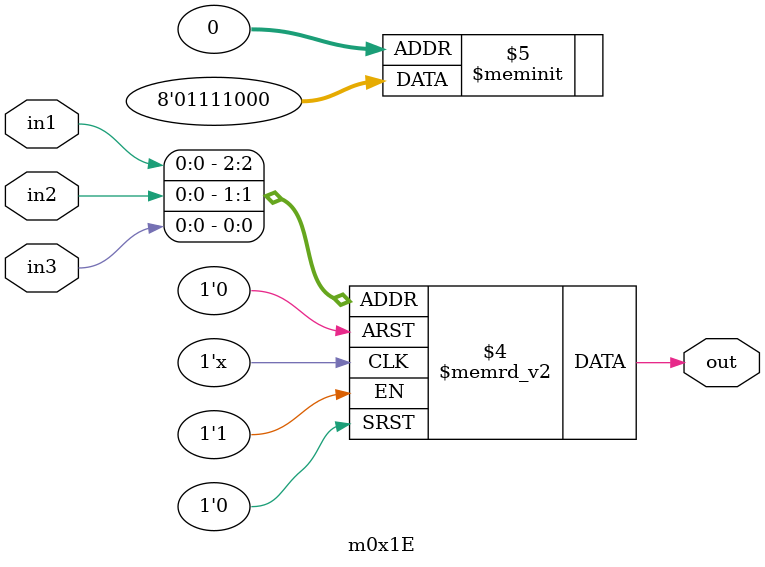
<source format=v>
module m0x1E(output out, input in1, in2, in3);

   always @(in1, in2, in3)
     begin
        case({in1, in2, in3})
          3'b000: {out} = 1'b0;
          3'b001: {out} = 1'b0;
          3'b010: {out} = 1'b0;
          3'b011: {out} = 1'b1;
          3'b100: {out} = 1'b1;
          3'b101: {out} = 1'b1;
          3'b110: {out} = 1'b1;
          3'b111: {out} = 1'b0;
        endcase // case ({in1, in2, in3})
     end // always @ (in1, in2, in3)

endmodule // m0x1E
</source>
